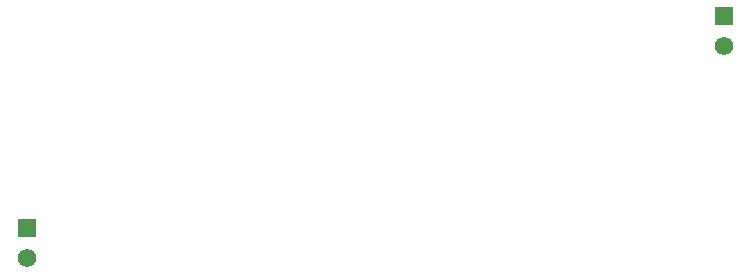
<source format=gbr>
%TF.GenerationSoftware,KiCad,Pcbnew,(5.1.8)-1*%
%TF.CreationDate,2020-11-27T18:17:46-07:00*%
%TF.ProjectId,FieldSensorYSO,4669656c-6453-4656-9e73-6f7259534f2e,1*%
%TF.SameCoordinates,Original*%
%TF.FileFunction,Copper,L2,Bot*%
%TF.FilePolarity,Positive*%
%FSLAX46Y46*%
G04 Gerber Fmt 4.6, Leading zero omitted, Abs format (unit mm)*
G04 Created by KiCad (PCBNEW (5.1.8)-1) date 2020-11-27 18:17:46*
%MOMM*%
%LPD*%
G01*
G04 APERTURE LIST*
%TA.AperFunction,ComponentPad*%
%ADD10C,1.570000*%
%TD*%
%TA.AperFunction,ComponentPad*%
%ADD11R,1.570000X1.570000*%
%TD*%
G04 APERTURE END LIST*
D10*
%TO.P,J2,2*%
%TO.N,Net-(J2-Pad2)*%
X151000000Y-94540000D03*
D11*
%TO.P,J2,1*%
%TO.N,Net-(J2-Pad1)*%
X151000000Y-92000000D03*
%TD*%
D10*
%TO.P,J1,2*%
%TO.N,GND*%
X92000000Y-112540000D03*
D11*
%TO.P,J1,1*%
%TO.N,/HSEN*%
X92000000Y-110000000D03*
%TD*%
M02*

</source>
